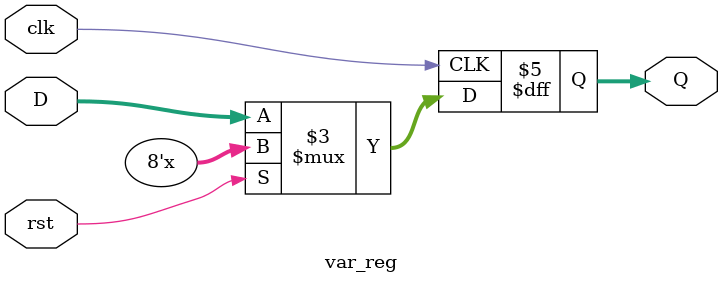
<source format=sv>
module var_reg #(parameter size = 8)(
    input [size-1:0] D,
    input clk,
    input rst,
    output reg [size-1:0] Q
);

    always @(posedge clk)
    begin
        if (rst)
            Q <= 'bx;
        else
            Q <= D;
    end
endmodule 

</source>
